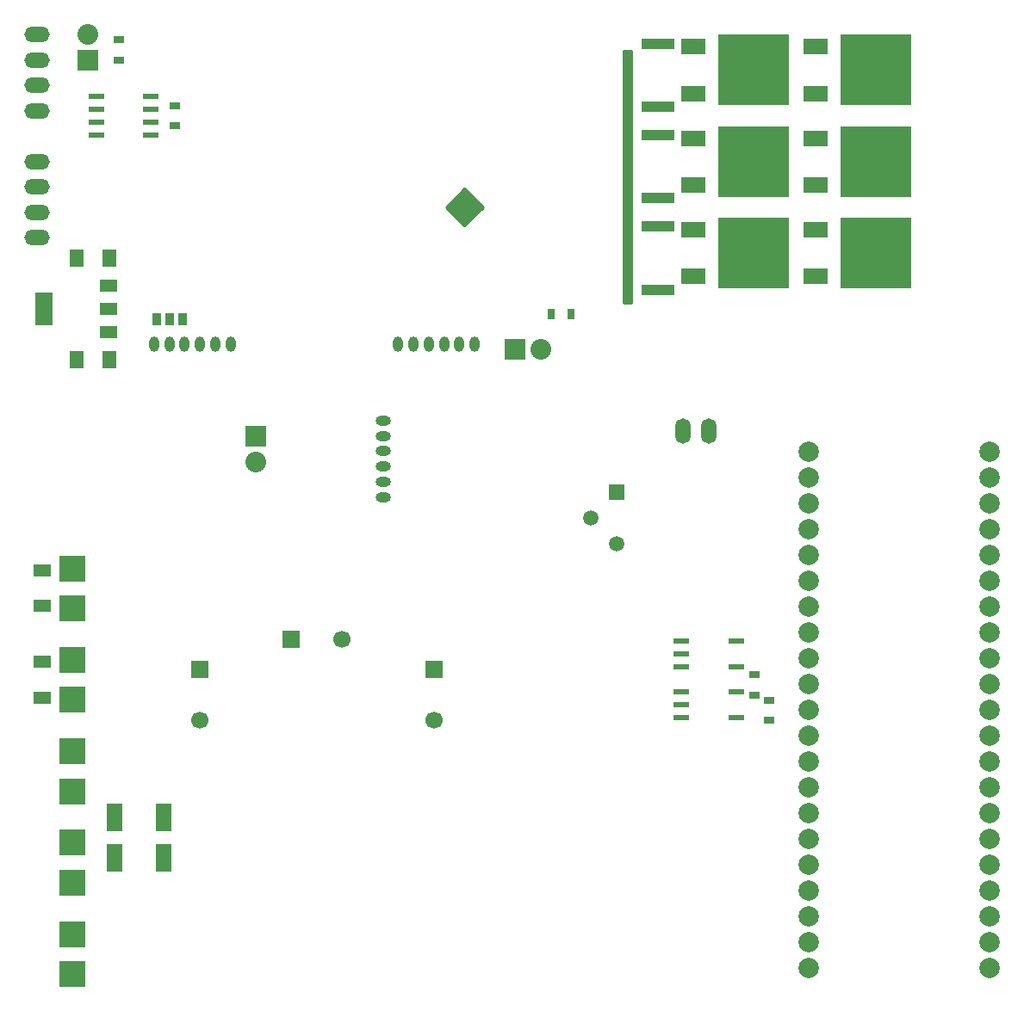
<source format=gbr>
G04 #@! TF.FileFunction,Soldermask,Bot*
%FSLAX46Y46*%
G04 Gerber Fmt 4.6, Leading zero omitted, Abs format (unit mm)*
G04 Created by KiCad (PCBNEW 4.0.7) date 07/09/18 09:37:45*
%MOMM*%
%LPD*%
G01*
G04 APERTURE LIST*
%ADD10C,0.100000*%
%ADD11R,0.965200X1.270000*%
%ADD12O,2.500000X1.500000*%
%ADD13O,1.000000X1.524000*%
%ADD14R,2.032000X2.032000*%
%ADD15O,2.032000X2.032000*%
%ADD16R,2.400000X1.500000*%
%ADD17R,7.000240X7.000240*%
%ADD18R,1.550000X0.600000*%
%ADD19R,1.700000X1.200000*%
%ADD20R,1.700000X3.300000*%
%ADD21R,1.400000X1.800000*%
%ADD22R,1.000000X0.700000*%
%ADD23O,1.524000X1.000000*%
%ADD24R,1.501140X2.700020*%
%ADD25R,2.499360X2.499360*%
%ADD26C,2.000000*%
%ADD27R,1.699260X1.300480*%
%ADD28O,1.500000X2.500000*%
%ADD29C,1.510000*%
%ADD30R,1.510000X1.510000*%
%ADD31C,1.700000*%
%ADD32R,1.700000X1.700000*%
%ADD33R,3.200000X1.000000*%
%ADD34R,0.700000X1.000000*%
%ADD35C,0.254000*%
G04 APERTURE END LIST*
D10*
D11*
X17270000Y-33000000D03*
X16000000Y-33000000D03*
X14730000Y-33000000D03*
D12*
X3000000Y-25000000D03*
X3000000Y-22500000D03*
X3000000Y-20000000D03*
X3000000Y-17500000D03*
X3000000Y-12500000D03*
X3000000Y-10000000D03*
X3000000Y-7500000D03*
X3000000Y-5000000D03*
D13*
X14500000Y-35500000D03*
X16000000Y-35500000D03*
X17500000Y-35500000D03*
X19000000Y-35500000D03*
X20500000Y-35500000D03*
X22000000Y-35500000D03*
D14*
X8000000Y-7500000D03*
D15*
X8000000Y-4960000D03*
D16*
X79550000Y-10800000D03*
X79550000Y-6200000D03*
D17*
X85449320Y-8500000D03*
D16*
X67550000Y-10800000D03*
X67550000Y-6200000D03*
D17*
X73449320Y-8500000D03*
D16*
X79550000Y-19800000D03*
X79550000Y-15200000D03*
D17*
X85449320Y-17500000D03*
D16*
X67550000Y-19800000D03*
X67550000Y-15200000D03*
D17*
X73449320Y-17500000D03*
D16*
X79550000Y-28800000D03*
X79550000Y-24200000D03*
D17*
X85449320Y-26500000D03*
D16*
X67550000Y-28800000D03*
X67550000Y-24200000D03*
D17*
X73449320Y-26500000D03*
D18*
X14200000Y-11095000D03*
X14200000Y-12365000D03*
X14200000Y-13635000D03*
X14200000Y-14905000D03*
X8800000Y-14905000D03*
X8800000Y-13635000D03*
X8800000Y-12365000D03*
X8800000Y-11095000D03*
D19*
X10000000Y-29700000D03*
X10000000Y-32000000D03*
X10000000Y-34300000D03*
D20*
X3700000Y-32000000D03*
D21*
X6900000Y-27000000D03*
X10100000Y-27000000D03*
X6900000Y-37000000D03*
X10100000Y-37000000D03*
D22*
X16500000Y-12000000D03*
X16500000Y-14000000D03*
X11000000Y-7500000D03*
X11000000Y-5500000D03*
D13*
X38500000Y-35500000D03*
X40000000Y-35500000D03*
X41500000Y-35500000D03*
X43000000Y-35500000D03*
X44500000Y-35500000D03*
X46000000Y-35500000D03*
D14*
X50000000Y-36000000D03*
D15*
X52540000Y-36000000D03*
D23*
X37000000Y-43000000D03*
X37000000Y-44500000D03*
X37000000Y-46000000D03*
X37000000Y-47500000D03*
X37000000Y-49000000D03*
X37000000Y-50500000D03*
D14*
X24500000Y-44500000D03*
D15*
X24500000Y-47040000D03*
D24*
X15400300Y-86000000D03*
X10599700Y-86000000D03*
X10599700Y-82000000D03*
X15400300Y-82000000D03*
D25*
X6500000Y-66531500D03*
X6500000Y-70468500D03*
X6500000Y-75531500D03*
X6500000Y-79468500D03*
D26*
X78880000Y-46020000D03*
X78880000Y-48560000D03*
X78880000Y-51100000D03*
X78880000Y-53640000D03*
X78880000Y-56180000D03*
X78880000Y-58720000D03*
X78880000Y-61260000D03*
X78880000Y-63800000D03*
X78880000Y-66340000D03*
X78880000Y-68880000D03*
X78880000Y-71420000D03*
X78880000Y-73960000D03*
X78880000Y-76500000D03*
X78880000Y-79040000D03*
X78880000Y-81580000D03*
X78880000Y-84120000D03*
X78880000Y-86660000D03*
X78880000Y-89200000D03*
X78880000Y-91740000D03*
X78880000Y-94280000D03*
X78880000Y-96820000D03*
X96660000Y-96820000D03*
X96660000Y-94280000D03*
X96660000Y-91740000D03*
X96660000Y-89200000D03*
X96660000Y-86660000D03*
X96660000Y-84120000D03*
X96660000Y-81580000D03*
X96660000Y-79040000D03*
X96660000Y-76500000D03*
X96660000Y-73960000D03*
X96660000Y-71420000D03*
X96660000Y-68880000D03*
X96660000Y-66340000D03*
X96660000Y-63800000D03*
X96660000Y-61260000D03*
X96660000Y-58720000D03*
X96660000Y-56180000D03*
X96660000Y-53640000D03*
X96660000Y-51100000D03*
X96660000Y-48560000D03*
X96660000Y-46020000D03*
D25*
X6500000Y-93531500D03*
X6500000Y-97468500D03*
X6500000Y-57531500D03*
X6500000Y-61468500D03*
X6500000Y-84531500D03*
X6500000Y-88468500D03*
D27*
X3500000Y-70250060D03*
X3500000Y-66749940D03*
X3500000Y-61250060D03*
X3500000Y-57749940D03*
D28*
X69000000Y-44000000D03*
X66500000Y-44000000D03*
D29*
X60000000Y-55080000D03*
D30*
X60000000Y-50000000D03*
D29*
X57460000Y-52540000D03*
D31*
X19000000Y-72500000D03*
D32*
X19000000Y-67500000D03*
D31*
X33000000Y-64500000D03*
D32*
X28000000Y-64500000D03*
D31*
X42000000Y-72500000D03*
D32*
X42000000Y-67500000D03*
D33*
X64000000Y-5900000D03*
X64000000Y-12100000D03*
X64000000Y-14900000D03*
X64000000Y-21100000D03*
X64000000Y-23900000D03*
X64000000Y-30100000D03*
D18*
X71700000Y-69695000D03*
X71700000Y-72235000D03*
X66300000Y-72235000D03*
X66300000Y-70965000D03*
X66300000Y-69695000D03*
X71700000Y-64695000D03*
X71700000Y-67235000D03*
X66300000Y-67235000D03*
X66300000Y-65965000D03*
X66300000Y-64695000D03*
D22*
X73500000Y-68000000D03*
X73500000Y-70000000D03*
X75000000Y-70500000D03*
X75000000Y-72500000D03*
D34*
X55500000Y-32500000D03*
X53500000Y-32500000D03*
D35*
G36*
X61373000Y-31373000D02*
X60627000Y-31373000D01*
X60627000Y-6627000D01*
X61373000Y-6627000D01*
X61373000Y-31373000D01*
X61373000Y-31373000D01*
G37*
X61373000Y-31373000D02*
X60627000Y-31373000D01*
X60627000Y-6627000D01*
X61373000Y-6627000D01*
X61373000Y-31373000D01*
G36*
X46820394Y-22000000D02*
X45000000Y-23820394D01*
X43179606Y-22000000D01*
X45000000Y-20179606D01*
X46820394Y-22000000D01*
X46820394Y-22000000D01*
G37*
X46820394Y-22000000D02*
X45000000Y-23820394D01*
X43179606Y-22000000D01*
X45000000Y-20179606D01*
X46820394Y-22000000D01*
M02*

</source>
